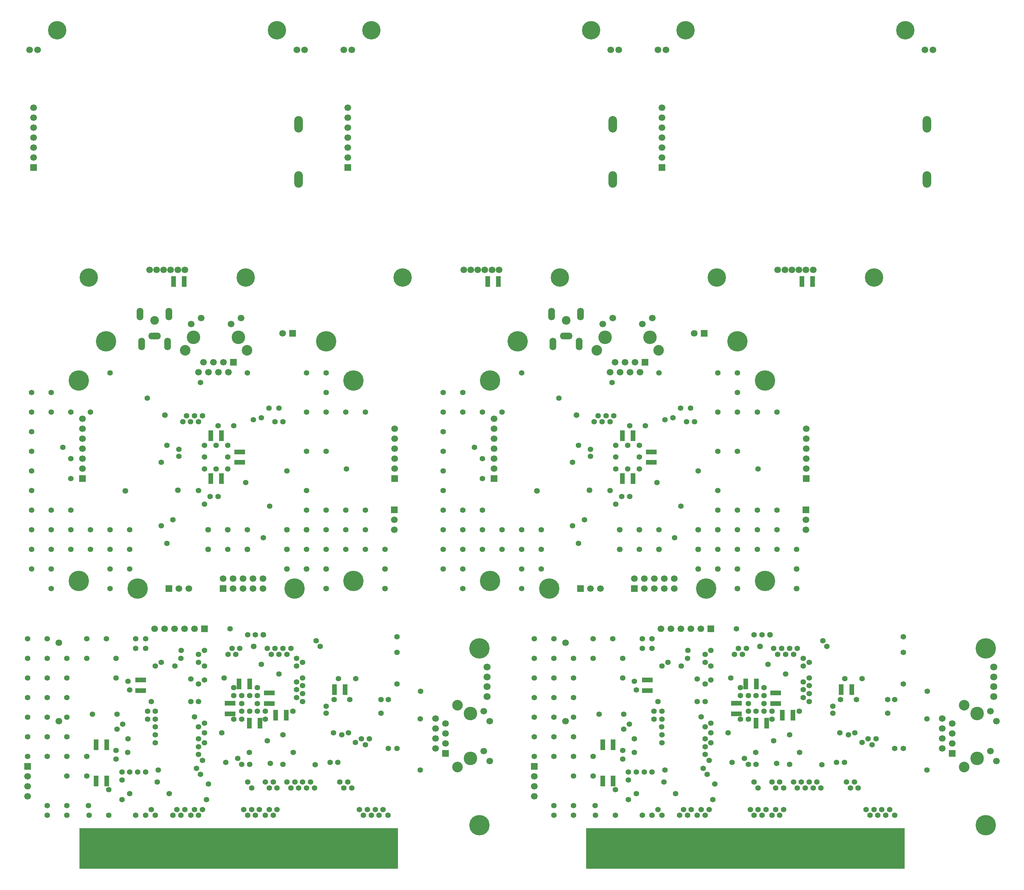
<source format=gbs>
%FSLAX42Y42*%
%MOMM*%
G71*
G01*
G75*
G04 Layer_Color=16711935*
%ADD10C,0.20*%
%ADD11C,0.40*%
%ADD12O,1.27X7.62*%
%ADD13R,1.30X1.10*%
G04:AMPARAMS|DCode=14|XSize=1.3mm|YSize=1.1mm|CornerRadius=0mm|HoleSize=0mm|Usage=FLASHONLY|Rotation=360.000|XOffset=0mm|YOffset=0mm|HoleType=Round|Shape=Octagon|*
%AMOCTAGOND14*
4,1,8,0.65,-0.28,0.65,0.28,0.38,0.55,-0.38,0.55,-0.65,0.28,-0.65,-0.28,-0.38,-0.55,0.38,-0.55,0.65,-0.28,0.0*
%
%ADD14OCTAGOND14*%

%ADD15O,2.60X0.70*%
%ADD16R,1.40X3.30*%
%ADD17R,1.50X1.40*%
%ADD18R,1.40X1.50*%
%ADD19R,1.30X0.60*%
%ADD20R,1.40X1.10*%
%ADD21R,2.60X1.10*%
%ADD22R,1.10X2.60*%
%ADD23O,0.60X2.30*%
%ADD24O,2.30X0.70*%
%ADD25O,0.24X1.80*%
%ADD26O,1.80X0.24*%
%ADD27R,0.50X1.00*%
%ADD28C,0.50*%
%ADD29C,0.25*%
%ADD30C,1.00*%
%ADD31R,2.79X3.81*%
%ADD32R,2.50X3.00*%
%ADD33O,0.30X1.80*%
%ADD34O,1.80X0.30*%
%ADD35R,1.10X1.30*%
G04:AMPARAMS|DCode=36|XSize=1.3mm|YSize=1.1mm|CornerRadius=0mm|HoleSize=0mm|Usage=FLASHONLY|Rotation=90.000|XOffset=0mm|YOffset=0mm|HoleType=Round|Shape=Octagon|*
%AMOCTAGOND36*
4,1,8,0.28,0.65,-0.28,0.65,-0.55,0.38,-0.55,-0.38,-0.28,-0.65,0.28,-0.65,0.55,-0.38,0.55,0.38,0.28,0.65,0.0*
%
%ADD36OCTAGOND36*%

%ADD37O,0.60X2.20*%
%ADD38R,0.60X1.30*%
%ADD39R,6.30X2.15*%
%ADD40R,3.30X1.40*%
%ADD41R,3.00X2.50*%
%ADD42R,1.40X1.40*%
%ADD43R,1.10X1.40*%
%ADD44R,1.70X1.10*%
%ADD45C,0.25*%
%ADD46C,2.00*%
%ADD47C,0.30*%
%ADD48C,1.60*%
%ADD49C,5.00*%
%ADD50C,1.50*%
%ADD51R,1.50X1.50*%
%ADD52R,1.50X1.50*%
%ADD53C,3.25*%
%ADD54C,2.50*%
%ADD55C,1.20*%
%ADD56C,1.27*%
%ADD57O,1.50X3.00*%
%ADD58O,3.00X1.50*%
%ADD59C,2.00*%
%ADD60O,2.00X4.00*%
%ADD61C,4.50*%
%ADD62R,81.12X10.16*%
%ADD63O,1.47X7.82*%
%ADD64R,1.50X1.30*%
G04:AMPARAMS|DCode=65|XSize=1.5mm|YSize=1.3mm|CornerRadius=0mm|HoleSize=0mm|Usage=FLASHONLY|Rotation=360.000|XOffset=0mm|YOffset=0mm|HoleType=Round|Shape=Octagon|*
%AMOCTAGOND65*
4,1,8,0.75,-0.33,0.75,0.33,0.43,0.65,-0.43,0.65,-0.75,0.33,-0.75,-0.33,-0.43,-0.65,0.43,-0.65,0.75,-0.33,0.0*
%
%ADD65OCTAGOND65*%

%ADD66O,2.80X0.90*%
%ADD67R,1.60X3.50*%
%ADD68R,1.70X1.60*%
%ADD69R,1.60X1.70*%
%ADD70R,1.50X0.80*%
%ADD71R,1.60X1.30*%
%ADD72R,2.80X1.30*%
%ADD73R,1.30X2.80*%
%ADD74O,0.80X2.50*%
%ADD75O,2.50X0.90*%
%ADD76O,0.44X2.00*%
%ADD77O,2.00X0.44*%
%ADD78R,0.70X1.20*%
%ADD79R,3.00X4.01*%
%ADD80R,2.70X3.20*%
%ADD81O,0.50X2.00*%
%ADD82O,2.00X0.50*%
%ADD83R,1.30X1.50*%
G04:AMPARAMS|DCode=84|XSize=1.5mm|YSize=1.3mm|CornerRadius=0mm|HoleSize=0mm|Usage=FLASHONLY|Rotation=90.000|XOffset=0mm|YOffset=0mm|HoleType=Round|Shape=Octagon|*
%AMOCTAGOND84*
4,1,8,0.33,0.75,-0.33,0.75,-0.65,0.43,-0.65,-0.43,-0.33,-0.75,0.33,-0.75,0.65,-0.43,0.65,0.43,0.33,0.75,0.0*
%
%ADD84OCTAGOND84*%

%ADD85O,0.80X2.40*%
%ADD86R,0.80X1.50*%
%ADD87R,6.50X2.35*%
%ADD88R,3.50X1.60*%
%ADD89R,3.20X2.70*%
%ADD90R,1.60X1.60*%
%ADD91R,1.30X1.60*%
%ADD92R,1.90X1.30*%
%ADD93C,1.80*%
%ADD94C,5.20*%
%ADD95C,1.70*%
%ADD96R,1.70X1.70*%
%ADD97R,1.70X1.70*%
%ADD98C,3.45*%
%ADD99C,2.70*%
%ADD100C,1.40*%
%ADD101C,1.47*%
%ADD102O,1.70X3.20*%
%ADD103O,3.20X1.70*%
%ADD104C,2.20*%
%ADD105O,2.20X4.20*%
%ADD106C,4.70*%
%ADD107R,81.12X10.32*%
D63*
X14505Y10020D02*
D03*
X14759D02*
D03*
X15013D02*
D03*
X15267D02*
D03*
X15521D02*
D03*
X15775D02*
D03*
X16029D02*
D03*
X16283D02*
D03*
X16537D02*
D03*
X16791D02*
D03*
X17045D02*
D03*
X17299D02*
D03*
X17553D02*
D03*
X17807D02*
D03*
X18061D02*
D03*
X18315D02*
D03*
X18569D02*
D03*
X18823D02*
D03*
X19077D02*
D03*
X19331D02*
D03*
X19585D02*
D03*
X19839D02*
D03*
X20093D02*
D03*
X20347D02*
D03*
X20601D02*
D03*
X20855D02*
D03*
X21109D02*
D03*
X21363D02*
D03*
X21617D02*
D03*
X21871D02*
D03*
X22125D02*
D03*
X27405D02*
D03*
X27659D02*
D03*
X27913D02*
D03*
X28167D02*
D03*
X28421D02*
D03*
X28675D02*
D03*
X28929D02*
D03*
X29183D02*
D03*
X29437D02*
D03*
X29691D02*
D03*
X29945D02*
D03*
X30199D02*
D03*
X30453D02*
D03*
X30707D02*
D03*
X30961D02*
D03*
X31215D02*
D03*
X31469D02*
D03*
X31723D02*
D03*
X31977D02*
D03*
X32231D02*
D03*
X32485D02*
D03*
X32739D02*
D03*
X32993D02*
D03*
X33247D02*
D03*
X33501D02*
D03*
X33755D02*
D03*
X34009D02*
D03*
X34263D02*
D03*
X34517D02*
D03*
X34771D02*
D03*
X35025D02*
D03*
D72*
X15824Y13971D02*
D03*
Y14241D02*
D03*
X19099Y13911D02*
D03*
Y13641D02*
D03*
X18099Y13381D02*
D03*
Y13651D02*
D03*
X28724Y13971D02*
D03*
Y14241D02*
D03*
X31999Y13911D02*
D03*
Y13641D02*
D03*
X30999Y13381D02*
D03*
Y13651D02*
D03*
X18346Y20056D02*
D03*
Y19786D02*
D03*
X28826Y20056D02*
D03*
Y19786D02*
D03*
D73*
X14689Y11671D02*
D03*
X14959D02*
D03*
X18334Y14146D02*
D03*
X18604D02*
D03*
X14689Y12596D02*
D03*
X14959D02*
D03*
X21034Y13996D02*
D03*
X20764D02*
D03*
X18864Y13146D02*
D03*
X18594D02*
D03*
X19264Y13346D02*
D03*
X19534D02*
D03*
X27589Y11671D02*
D03*
X27859D02*
D03*
X31234Y14146D02*
D03*
X31504D02*
D03*
X27589Y12596D02*
D03*
X27859D02*
D03*
X33934Y13996D02*
D03*
X33664D02*
D03*
X31764Y13146D02*
D03*
X31494D02*
D03*
X32164Y13346D02*
D03*
X32434D02*
D03*
X17611Y20471D02*
D03*
X17881D02*
D03*
Y19371D02*
D03*
X17611D02*
D03*
X28091Y20471D02*
D03*
X28361D02*
D03*
Y19371D02*
D03*
X28091D02*
D03*
X16665Y24396D02*
D03*
X16935D02*
D03*
X24665D02*
D03*
X24935D02*
D03*
X32665D02*
D03*
X32935D02*
D03*
D93*
X24649Y14073D02*
D03*
Y13819D02*
D03*
Y14573D02*
D03*
Y14319D02*
D03*
X37549Y14073D02*
D03*
Y13819D02*
D03*
Y14573D02*
D03*
Y14319D02*
D03*
D94*
X24449Y15046D02*
D03*
Y10546D02*
D03*
X37349Y15046D02*
D03*
Y10546D02*
D03*
X21246Y16771D02*
D03*
Y21871D02*
D03*
X14246D02*
D03*
Y16771D02*
D03*
X14946Y22871D02*
D03*
X20546D02*
D03*
X15746Y16571D02*
D03*
X19746D02*
D03*
X31726Y16771D02*
D03*
Y21871D02*
D03*
X24726D02*
D03*
Y16771D02*
D03*
X25426Y22871D02*
D03*
X31026D02*
D03*
X26226Y16571D02*
D03*
X30226D02*
D03*
D95*
X16179Y15546D02*
D03*
X16433D02*
D03*
X16687D02*
D03*
X16941D02*
D03*
X17195D02*
D03*
X12949Y11792D02*
D03*
Y11538D02*
D03*
Y11284D02*
D03*
X13743Y13192D02*
D03*
Y15192D02*
D03*
X23589Y13131D02*
D03*
X24562Y12435D02*
D03*
X24714Y13192D02*
D03*
X23589Y12877D02*
D03*
Y12623D02*
D03*
X24714Y12181D02*
D03*
X23335Y13004D02*
D03*
Y12750D02*
D03*
Y12496D02*
D03*
X24562Y13446D02*
D03*
X23335Y13258D02*
D03*
X29079Y15546D02*
D03*
X29333D02*
D03*
X29587D02*
D03*
X29841D02*
D03*
X30095D02*
D03*
X25849Y11792D02*
D03*
Y11538D02*
D03*
Y11284D02*
D03*
X26643Y13192D02*
D03*
Y15192D02*
D03*
X36489Y13131D02*
D03*
X37462Y12435D02*
D03*
X37614Y13192D02*
D03*
X36489Y12877D02*
D03*
Y12623D02*
D03*
X37614Y12181D02*
D03*
X36235Y13004D02*
D03*
Y12750D02*
D03*
Y12496D02*
D03*
X37462Y13446D02*
D03*
X36235Y13258D02*
D03*
X17054Y16571D02*
D03*
X16800D02*
D03*
X19442Y23071D02*
D03*
X17301Y22082D02*
D03*
X17113Y23309D02*
D03*
X18063Y22082D02*
D03*
X17809D02*
D03*
X17555D02*
D03*
X18378Y23462D02*
D03*
X17936Y22336D02*
D03*
X17682D02*
D03*
X17367Y23462D02*
D03*
X18124Y23309D02*
D03*
X17428Y22336D02*
D03*
X22296Y20641D02*
D03*
Y20387D02*
D03*
Y20133D02*
D03*
Y19879D02*
D03*
Y19625D02*
D03*
X22288Y18075D02*
D03*
Y18329D02*
D03*
X14346Y20895D02*
D03*
Y20641D02*
D03*
Y20387D02*
D03*
Y20133D02*
D03*
Y19625D02*
D03*
Y19879D02*
D03*
X17921Y16825D02*
D03*
X18175Y16571D02*
D03*
Y16825D02*
D03*
X18429Y16571D02*
D03*
Y16825D02*
D03*
X18683Y16571D02*
D03*
Y16825D02*
D03*
X18937Y16571D02*
D03*
Y16825D02*
D03*
X27534Y16571D02*
D03*
X27280D02*
D03*
X29922Y23071D02*
D03*
X27781Y22082D02*
D03*
X27593Y23309D02*
D03*
X28543Y22082D02*
D03*
X28289D02*
D03*
X28035D02*
D03*
X28858Y23462D02*
D03*
X28416Y22336D02*
D03*
X28162D02*
D03*
X27847Y23462D02*
D03*
X28604Y23309D02*
D03*
X27908Y22336D02*
D03*
X32776Y20641D02*
D03*
Y20387D02*
D03*
Y20133D02*
D03*
Y19879D02*
D03*
Y19625D02*
D03*
X32768Y18075D02*
D03*
Y18329D02*
D03*
X24826Y20895D02*
D03*
Y20641D02*
D03*
Y20387D02*
D03*
Y20133D02*
D03*
Y19625D02*
D03*
Y19879D02*
D03*
X28401Y16825D02*
D03*
X28655Y16571D02*
D03*
Y16825D02*
D03*
X28909Y16571D02*
D03*
Y16825D02*
D03*
X29163Y16571D02*
D03*
Y16825D02*
D03*
X29417Y16571D02*
D03*
Y16825D02*
D03*
X16050Y24696D02*
D03*
X16230D02*
D03*
X16410D02*
D03*
X16590D02*
D03*
X16770D02*
D03*
X16950D02*
D03*
X13000Y30296D02*
D03*
X13200D02*
D03*
X20000D02*
D03*
X19800D02*
D03*
X13100Y28820D02*
D03*
Y28566D02*
D03*
Y28312D02*
D03*
Y28058D02*
D03*
Y27550D02*
D03*
Y27804D02*
D03*
X24050Y24696D02*
D03*
X24230D02*
D03*
X24410D02*
D03*
X24590D02*
D03*
X24770D02*
D03*
X24950D02*
D03*
X21000Y30296D02*
D03*
X21200D02*
D03*
X28000D02*
D03*
X27800D02*
D03*
X21100Y28820D02*
D03*
Y28566D02*
D03*
Y28312D02*
D03*
Y28058D02*
D03*
Y27550D02*
D03*
Y27804D02*
D03*
X32050Y24696D02*
D03*
X32230D02*
D03*
X32410D02*
D03*
X32590D02*
D03*
X32770D02*
D03*
X32950D02*
D03*
X29000Y30296D02*
D03*
X29200D02*
D03*
X36000D02*
D03*
X35800D02*
D03*
X29100Y28820D02*
D03*
Y28566D02*
D03*
Y28312D02*
D03*
Y28058D02*
D03*
Y27550D02*
D03*
Y27804D02*
D03*
D96*
X17449Y15546D02*
D03*
X30349D02*
D03*
X16546Y16571D02*
D03*
X19696Y23071D02*
D03*
X18190Y22336D02*
D03*
X17921Y16571D02*
D03*
X27026D02*
D03*
X30176Y23071D02*
D03*
X28670Y22336D02*
D03*
X28401Y16571D02*
D03*
D97*
X12949Y12046D02*
D03*
X23589Y12369D02*
D03*
X25849Y12046D02*
D03*
X36489Y12369D02*
D03*
X22296Y19371D02*
D03*
X22288Y18583D02*
D03*
X14346Y19371D02*
D03*
X32776D02*
D03*
X32768Y18583D02*
D03*
X24826Y19371D02*
D03*
X13100Y27296D02*
D03*
X21100D02*
D03*
X29100D02*
D03*
D98*
X24224Y12242D02*
D03*
Y13385D02*
D03*
X37124Y12242D02*
D03*
Y13385D02*
D03*
X17174Y22971D02*
D03*
X18317D02*
D03*
X27654D02*
D03*
X28797D02*
D03*
D99*
X23894Y12026D02*
D03*
Y13600D02*
D03*
X36794Y12026D02*
D03*
Y13600D02*
D03*
X16958Y22641D02*
D03*
X18533D02*
D03*
X27438D02*
D03*
X29013D02*
D03*
D100*
X17989Y12146D02*
D03*
X18599Y12096D02*
D03*
X18549Y11646D02*
D03*
Y10796D02*
D03*
X18649Y10946D02*
D03*
X18849D02*
D03*
X17249Y11996D02*
D03*
X17352Y11843D02*
D03*
X17399Y12196D02*
D03*
X18749Y10796D02*
D03*
X17099Y14271D02*
D03*
X15499Y14206D02*
D03*
X16349Y14696D02*
D03*
X19449Y12096D02*
D03*
X19349Y14396D02*
D03*
X18799Y14046D02*
D03*
X18199Y13246D02*
D03*
X18399D02*
D03*
X18999Y13446D02*
D03*
X19449Y12846D02*
D03*
X19709Y12396D02*
D03*
X19699Y13446D02*
D03*
X19049Y12696D02*
D03*
X18589Y12396D02*
D03*
X17299Y12346D02*
D03*
Y12546D02*
D03*
X17449Y12646D02*
D03*
X17299Y12746D02*
D03*
X17889Y12896D02*
D03*
X17449Y12896D02*
D03*
X17299Y13046D02*
D03*
X17449Y13146D02*
D03*
X16195Y13046D02*
D03*
X15546Y13986D02*
D03*
X16099Y13696D02*
D03*
X16199Y14596D02*
D03*
X16694D02*
D03*
X16859Y14996D02*
D03*
X17199Y13306D02*
D03*
X17099Y13696D02*
D03*
X17299Y14146D02*
D03*
X17449Y14246D02*
D03*
X17449Y14596D02*
D03*
X17449Y14996D02*
D03*
X18799Y13446D02*
D03*
Y13646D02*
D03*
Y13846D02*
D03*
X18399Y13446D02*
D03*
X18599D02*
D03*
Y13846D02*
D03*
X18399D02*
D03*
Y13646D02*
D03*
X18099Y15546D02*
D03*
X18049Y14896D02*
D03*
X18149Y15046D02*
D03*
X18249Y14896D02*
D03*
X18349Y15046D02*
D03*
X18549Y15396D02*
D03*
X18749D02*
D03*
X18899Y14646D02*
D03*
X19049Y15046D02*
D03*
X19149Y14896D02*
D03*
X19249Y15046D02*
D03*
X19346Y14896D02*
D03*
X19449Y15046D02*
D03*
X19549Y14896D02*
D03*
X20299Y15246D02*
D03*
X20399Y15096D02*
D03*
X19649Y15046D02*
D03*
X19799Y14796D02*
D03*
Y14596D02*
D03*
X19949Y14696D02*
D03*
X19799Y13996D02*
D03*
Y14196D02*
D03*
X19949Y14296D02*
D03*
Y14096D02*
D03*
Y13896D02*
D03*
X19799Y13796D02*
D03*
X19949Y13696D02*
D03*
X21649Y12746D02*
D03*
X21297Y12648D02*
D03*
X20949Y12846D02*
D03*
X21112Y12900D02*
D03*
X20731Y12899D02*
D03*
X20549Y13396D02*
D03*
Y13576D02*
D03*
X21149Y13746D02*
D03*
X22349Y15346D02*
D03*
Y14946D02*
D03*
X22954Y13956D02*
D03*
X21949Y13396D02*
D03*
Y13746D02*
D03*
X22128D02*
D03*
X22349Y14146D02*
D03*
X22949Y13256D02*
D03*
X22129Y12496D02*
D03*
X22349Y12496D02*
D03*
X21199Y11496D02*
D03*
X21099Y11646D02*
D03*
X20999Y11496D02*
D03*
X20899Y11646D02*
D03*
X20849Y12146D02*
D03*
X20649Y12146D02*
D03*
X19749Y11646D02*
D03*
X19549D02*
D03*
X19299Y11496D02*
D03*
X18299Y12246D02*
D03*
X18399Y12096D02*
D03*
X17549Y11596D02*
D03*
X17399Y10946D02*
D03*
X17299Y10796D02*
D03*
X17199Y10946D02*
D03*
X17099Y10796D02*
D03*
X16949Y10946D02*
D03*
X16849Y10796D02*
D03*
X16749Y10946D02*
D03*
X16649Y10796D02*
D03*
X16274Y11946D02*
D03*
X16249Y11646D02*
D03*
X16199Y10796D02*
D03*
X16099Y10946D02*
D03*
X15949Y10796D02*
D03*
X14509Y10796D02*
D03*
X15013Y10796D02*
D03*
X15549Y11346D02*
D03*
X15349Y11896D02*
D03*
Y11696D02*
D03*
X15013Y11446D02*
D03*
X18999Y10796D02*
D03*
X19099Y10946D02*
D03*
X19199Y10796D02*
D03*
X19299Y10946D02*
D03*
X21399Y10946D02*
D03*
X21499Y10796D02*
D03*
X21599Y10946D02*
D03*
X21699Y10796D02*
D03*
X21799Y10946D02*
D03*
X21899Y10796D02*
D03*
X21999Y10946D02*
D03*
X22123Y10796D02*
D03*
X20269Y12086D02*
D03*
X20149Y11646D02*
D03*
X19949D02*
D03*
X19099Y11496D02*
D03*
X19649D02*
D03*
X19849D02*
D03*
X20249D02*
D03*
X20049D02*
D03*
X18649D02*
D03*
X18999Y11646D02*
D03*
X19199D02*
D03*
X16849Y14796D02*
D03*
X17299Y14696D02*
D03*
X16549Y11346D02*
D03*
X17299Y13696D02*
D03*
Y14896D02*
D03*
X15498Y12398D02*
D03*
X15949Y11896D02*
D03*
X15549D02*
D03*
X15749D02*
D03*
X15699Y10796D02*
D03*
X15369Y13116D02*
D03*
X19124Y12121D02*
D03*
X15224Y13371D02*
D03*
X22949Y11946D02*
D03*
X18449Y10946D02*
D03*
X18999Y13246D02*
D03*
X15349Y11196D02*
D03*
X17499D02*
D03*
X15224Y12990D02*
D03*
X14599Y13371D02*
D03*
X20749Y13746D02*
D03*
X20859Y14274D02*
D03*
X21299Y14279D02*
D03*
X18199Y13846D02*
D03*
X17949Y14297D02*
D03*
X18198Y14048D02*
D03*
X16199Y12846D02*
D03*
Y12646D02*
D03*
Y13246D02*
D03*
Y13446D02*
D03*
X13949Y10796D02*
D03*
X13449D02*
D03*
Y11046D02*
D03*
X13949D02*
D03*
X21449Y12744D02*
D03*
X21549Y12594D02*
D03*
X15199Y12227D02*
D03*
X15199Y12446D02*
D03*
X15499Y12746D02*
D03*
X15999Y13446D02*
D03*
Y13246D02*
D03*
X14499Y11046D02*
D03*
X13949Y11796D02*
D03*
Y12296D02*
D03*
Y12796D02*
D03*
X14449Y11796D02*
D03*
Y12296D02*
D03*
X13949Y13296D02*
D03*
X13449Y12796D02*
D03*
Y12296D02*
D03*
X12949D02*
D03*
Y12796D02*
D03*
Y13296D02*
D03*
X13449D02*
D03*
Y13796D02*
D03*
X12949D02*
D03*
Y14296D02*
D03*
X13449D02*
D03*
Y14796D02*
D03*
X12949D02*
D03*
Y15296D02*
D03*
X13449D02*
D03*
X13949Y14796D02*
D03*
Y14296D02*
D03*
X14449Y14796D02*
D03*
Y15296D02*
D03*
X14949D02*
D03*
X15199Y14796D02*
D03*
Y14296D02*
D03*
X13949Y13796D02*
D03*
X15699Y15296D02*
D03*
X15949D02*
D03*
Y15046D02*
D03*
X15699D02*
D03*
X30889Y12146D02*
D03*
X31499Y12096D02*
D03*
X31449Y11646D02*
D03*
Y10796D02*
D03*
X31549Y10946D02*
D03*
X31749D02*
D03*
X30149Y11996D02*
D03*
X30252Y11843D02*
D03*
X30299Y12196D02*
D03*
X31649Y10796D02*
D03*
X29999Y14271D02*
D03*
X28399Y14206D02*
D03*
X29249Y14696D02*
D03*
X32349Y12096D02*
D03*
X32249Y14396D02*
D03*
X31699Y14046D02*
D03*
X31099Y13246D02*
D03*
X31299D02*
D03*
X31899Y13446D02*
D03*
X32349Y12846D02*
D03*
X32609Y12396D02*
D03*
X32599Y13446D02*
D03*
X31949Y12696D02*
D03*
X31489Y12396D02*
D03*
X30199Y12346D02*
D03*
Y12546D02*
D03*
X30349Y12646D02*
D03*
X30199Y12746D02*
D03*
X30789Y12896D02*
D03*
X30349Y12896D02*
D03*
X30199Y13046D02*
D03*
X30349Y13146D02*
D03*
X29095Y13046D02*
D03*
X28446Y13986D02*
D03*
X28999Y13696D02*
D03*
X29099Y14596D02*
D03*
X29594D02*
D03*
X29759Y14996D02*
D03*
X30099Y13306D02*
D03*
X29999Y13696D02*
D03*
X30199Y14146D02*
D03*
X30349Y14246D02*
D03*
X30349Y14596D02*
D03*
X30349Y14996D02*
D03*
X31699Y13446D02*
D03*
Y13646D02*
D03*
Y13846D02*
D03*
X31299Y13446D02*
D03*
X31499D02*
D03*
Y13846D02*
D03*
X31299D02*
D03*
Y13646D02*
D03*
X30999Y15546D02*
D03*
X30949Y14896D02*
D03*
X31049Y15046D02*
D03*
X31149Y14896D02*
D03*
X31249Y15046D02*
D03*
X31449Y15396D02*
D03*
X31649D02*
D03*
X31799Y14646D02*
D03*
X31949Y15046D02*
D03*
X32049Y14896D02*
D03*
X32149Y15046D02*
D03*
X32246Y14896D02*
D03*
X32349Y15046D02*
D03*
X32449Y14896D02*
D03*
X33199Y15246D02*
D03*
X33299Y15096D02*
D03*
X32549Y15046D02*
D03*
X32699Y14796D02*
D03*
Y14596D02*
D03*
X32849Y14696D02*
D03*
X32699Y13996D02*
D03*
Y14196D02*
D03*
X32849Y14296D02*
D03*
Y14096D02*
D03*
Y13896D02*
D03*
X32699Y13796D02*
D03*
X32849Y13696D02*
D03*
X34549Y12746D02*
D03*
X34197Y12648D02*
D03*
X33849Y12846D02*
D03*
X34012Y12900D02*
D03*
X33631Y12899D02*
D03*
X33449Y13396D02*
D03*
Y13576D02*
D03*
X34049Y13746D02*
D03*
X35249Y15346D02*
D03*
Y14946D02*
D03*
X35854Y13956D02*
D03*
X34849Y13396D02*
D03*
Y13746D02*
D03*
X35028D02*
D03*
X35249Y14146D02*
D03*
X35849Y13256D02*
D03*
X35029Y12496D02*
D03*
X35249Y12496D02*
D03*
X34099Y11496D02*
D03*
X33999Y11646D02*
D03*
X33899Y11496D02*
D03*
X33799Y11646D02*
D03*
X33749Y12146D02*
D03*
X33549Y12146D02*
D03*
X32649Y11646D02*
D03*
X32449D02*
D03*
X32199Y11496D02*
D03*
X31199Y12246D02*
D03*
X31299Y12096D02*
D03*
X30449Y11596D02*
D03*
X30299Y10946D02*
D03*
X30199Y10796D02*
D03*
X30099Y10946D02*
D03*
X29999Y10796D02*
D03*
X29849Y10946D02*
D03*
X29749Y10796D02*
D03*
X29649Y10946D02*
D03*
X29549Y10796D02*
D03*
X29174Y11946D02*
D03*
X29149Y11646D02*
D03*
X29099Y10796D02*
D03*
X28999Y10946D02*
D03*
X28849Y10796D02*
D03*
X27409Y10796D02*
D03*
X27913Y10796D02*
D03*
X28449Y11346D02*
D03*
X28249Y11896D02*
D03*
Y11696D02*
D03*
X27913Y11446D02*
D03*
X31899Y10796D02*
D03*
X31999Y10946D02*
D03*
X32099Y10796D02*
D03*
X32199Y10946D02*
D03*
X34299Y10946D02*
D03*
X34399Y10796D02*
D03*
X34499Y10946D02*
D03*
X34599Y10796D02*
D03*
X34699Y10946D02*
D03*
X34799Y10796D02*
D03*
X34899Y10946D02*
D03*
X35023Y10796D02*
D03*
X33169Y12086D02*
D03*
X33049Y11646D02*
D03*
X32849D02*
D03*
X31999Y11496D02*
D03*
X32549D02*
D03*
X32749D02*
D03*
X33149D02*
D03*
X32949D02*
D03*
X31549D02*
D03*
X31899Y11646D02*
D03*
X32099D02*
D03*
X29749Y14796D02*
D03*
X30199Y14696D02*
D03*
X29449Y11346D02*
D03*
X30199Y13696D02*
D03*
Y14896D02*
D03*
X28398Y12398D02*
D03*
X28849Y11896D02*
D03*
X28449D02*
D03*
X28649D02*
D03*
X28599Y10796D02*
D03*
X28269Y13116D02*
D03*
X32024Y12121D02*
D03*
X28124Y13371D02*
D03*
X35849Y11946D02*
D03*
X31349Y10946D02*
D03*
X31899Y13246D02*
D03*
X28249Y11196D02*
D03*
X30399D02*
D03*
X28124Y12990D02*
D03*
X27499Y13371D02*
D03*
X33649Y13746D02*
D03*
X33759Y14274D02*
D03*
X34199Y14279D02*
D03*
X31099Y13846D02*
D03*
X30849Y14297D02*
D03*
X31098Y14048D02*
D03*
X29099Y12846D02*
D03*
Y12646D02*
D03*
Y13246D02*
D03*
Y13446D02*
D03*
X26849Y10796D02*
D03*
X26349D02*
D03*
Y11046D02*
D03*
X26849D02*
D03*
X34349Y12744D02*
D03*
X34449Y12594D02*
D03*
X28099Y12227D02*
D03*
X28099Y12446D02*
D03*
X28399Y12746D02*
D03*
X28899Y13446D02*
D03*
Y13246D02*
D03*
X27399Y11046D02*
D03*
X26849Y11796D02*
D03*
Y12296D02*
D03*
Y12796D02*
D03*
X27349Y11796D02*
D03*
Y12296D02*
D03*
X26849Y13296D02*
D03*
X26349Y12796D02*
D03*
Y12296D02*
D03*
X25849D02*
D03*
Y12796D02*
D03*
Y13296D02*
D03*
X26349D02*
D03*
Y13796D02*
D03*
X25849D02*
D03*
Y14296D02*
D03*
X26349D02*
D03*
Y14796D02*
D03*
X25849D02*
D03*
Y15296D02*
D03*
X26349D02*
D03*
X26849Y14796D02*
D03*
Y14296D02*
D03*
X27349Y14796D02*
D03*
Y15296D02*
D03*
X27849D02*
D03*
X28099Y14796D02*
D03*
Y14296D02*
D03*
X26849Y13796D02*
D03*
X28599Y15296D02*
D03*
X28849D02*
D03*
Y15046D02*
D03*
X28599D02*
D03*
X17396Y20971D02*
D03*
X17196D02*
D03*
X19106Y18675D02*
D03*
X14046Y19879D02*
D03*
Y19371D02*
D03*
X16796Y19946D02*
D03*
X16796Y20121D02*
D03*
X16896Y20821D02*
D03*
X16996Y20971D02*
D03*
X17096Y20821D02*
D03*
X17296D02*
D03*
X17746Y20221D02*
D03*
X17446D02*
D03*
Y19921D02*
D03*
X18046D02*
D03*
Y20221D02*
D03*
X17446Y19621D02*
D03*
X17746D02*
D03*
X18046D02*
D03*
X17296Y19071D02*
D03*
X17596Y18921D02*
D03*
X17796Y18921D02*
D03*
X18496Y19271D02*
D03*
X18946Y17871D02*
D03*
X19446Y20821D02*
D03*
X19246Y20821D02*
D03*
X18695Y20871D02*
D03*
X18896Y20921D02*
D03*
X19096Y21171D02*
D03*
X19346D02*
D03*
X17346Y21821D02*
D03*
X15996Y21421D02*
D03*
X17446Y18721D02*
D03*
X16646Y18321D02*
D03*
X13846Y20171D02*
D03*
X17796Y20721D02*
D03*
X18196D02*
D03*
X18046Y17571D02*
D03*
X20046D02*
D03*
X20546D02*
D03*
X21046D02*
D03*
X21546D02*
D03*
X22046D02*
D03*
X20546Y18071D02*
D03*
X21046D02*
D03*
X21546D02*
D03*
X20046Y18571D02*
D03*
X20546D02*
D03*
X21046D02*
D03*
X21546D02*
D03*
X20046Y19071D02*
D03*
X19546Y19571D02*
D03*
X20046Y20071D02*
D03*
X20546D02*
D03*
X21546Y21071D02*
D03*
X21046D02*
D03*
X20046D02*
D03*
X20546D02*
D03*
Y21571D02*
D03*
X20046Y22071D02*
D03*
X20546D02*
D03*
X18546D02*
D03*
X15546Y17571D02*
D03*
Y18071D02*
D03*
X15046Y17571D02*
D03*
X14546D02*
D03*
Y18071D02*
D03*
X15046D02*
D03*
X14046Y17571D02*
D03*
Y18071D02*
D03*
Y18571D02*
D03*
X13546D02*
D03*
Y18071D02*
D03*
Y17571D02*
D03*
Y17071D02*
D03*
X15046D02*
D03*
X15546D02*
D03*
X13046Y18571D02*
D03*
Y18071D02*
D03*
Y17571D02*
D03*
Y17071D02*
D03*
X13546Y16571D02*
D03*
X15046D02*
D03*
X13046Y19071D02*
D03*
Y19571D02*
D03*
Y20071D02*
D03*
Y20571D02*
D03*
Y21071D02*
D03*
Y21571D02*
D03*
X13546Y21071D02*
D03*
X14046D02*
D03*
X13546Y21571D02*
D03*
X14546Y21071D02*
D03*
X15046Y22071D02*
D03*
X21066Y19621D02*
D03*
X18546Y18071D02*
D03*
X16346Y19791D02*
D03*
X16496Y20221D02*
D03*
X16346Y18171D02*
D03*
X16496Y17721D02*
D03*
X27876Y20971D02*
D03*
X27676D02*
D03*
X29586Y18675D02*
D03*
X24526Y19879D02*
D03*
Y19371D02*
D03*
X27276Y19946D02*
D03*
X27276Y20121D02*
D03*
X27376Y20821D02*
D03*
X27476Y20971D02*
D03*
X27576Y20821D02*
D03*
X27776D02*
D03*
X28226Y20221D02*
D03*
X27926D02*
D03*
Y19921D02*
D03*
X28526D02*
D03*
Y20221D02*
D03*
X27926Y19621D02*
D03*
X28226D02*
D03*
X28526D02*
D03*
X27776Y19071D02*
D03*
X28076Y18921D02*
D03*
X28276Y18921D02*
D03*
X28976Y19271D02*
D03*
X29426Y17871D02*
D03*
X29926Y20821D02*
D03*
X29726Y20821D02*
D03*
X29175Y20871D02*
D03*
X29376Y20921D02*
D03*
X29576Y21171D02*
D03*
X29826D02*
D03*
X27826Y21821D02*
D03*
X26476Y21421D02*
D03*
X27926Y18721D02*
D03*
X27126Y18321D02*
D03*
X24326Y20171D02*
D03*
X28276Y20721D02*
D03*
X28676D02*
D03*
X28526Y17571D02*
D03*
X30526D02*
D03*
X31026D02*
D03*
X31526D02*
D03*
X32026D02*
D03*
X32526D02*
D03*
X31026Y18071D02*
D03*
X31526D02*
D03*
X32026D02*
D03*
X30526Y18571D02*
D03*
X31026D02*
D03*
X31526D02*
D03*
X32026D02*
D03*
X30526Y19071D02*
D03*
X30026Y19571D02*
D03*
X30526Y20071D02*
D03*
X31026D02*
D03*
X32026Y21071D02*
D03*
X31526D02*
D03*
X30526D02*
D03*
X31026D02*
D03*
Y21571D02*
D03*
X30526Y22071D02*
D03*
X31026D02*
D03*
X29026D02*
D03*
X26026Y17571D02*
D03*
Y18071D02*
D03*
X25526Y17571D02*
D03*
X25026D02*
D03*
Y18071D02*
D03*
X25526D02*
D03*
X24526Y17571D02*
D03*
Y18071D02*
D03*
Y18571D02*
D03*
X24026D02*
D03*
Y18071D02*
D03*
Y17571D02*
D03*
Y17071D02*
D03*
X25526D02*
D03*
X26026D02*
D03*
X23526Y18571D02*
D03*
Y18071D02*
D03*
Y17571D02*
D03*
Y17071D02*
D03*
X24026Y16571D02*
D03*
X25526D02*
D03*
X23526Y19071D02*
D03*
Y19571D02*
D03*
Y20071D02*
D03*
Y20571D02*
D03*
Y21071D02*
D03*
Y21571D02*
D03*
X24026Y21071D02*
D03*
X24526D02*
D03*
X24026Y21571D02*
D03*
X25026Y21071D02*
D03*
X25526Y22071D02*
D03*
X31546Y19621D02*
D03*
X29026Y18071D02*
D03*
X26826Y19791D02*
D03*
X26976Y20221D02*
D03*
X26826Y18171D02*
D03*
X26976Y17721D02*
D03*
D101*
X18699Y15096D02*
D03*
X18949Y15396D02*
D03*
X31599Y15096D02*
D03*
X31849Y15396D02*
D03*
X16776Y19081D02*
D03*
X15436Y19061D02*
D03*
X16446Y20991D02*
D03*
X20546Y17071D02*
D03*
X20046D02*
D03*
X19546Y17571D02*
D03*
Y18071D02*
D03*
X20046D02*
D03*
X22046Y17071D02*
D03*
Y16571D02*
D03*
X20546D02*
D03*
X19546Y17071D02*
D03*
X18046Y18071D02*
D03*
X17546D02*
D03*
Y17571D02*
D03*
X18546D02*
D03*
X27256Y19081D02*
D03*
X25916Y19061D02*
D03*
X26926Y20991D02*
D03*
X31026Y17071D02*
D03*
X30526D02*
D03*
X30026Y17571D02*
D03*
Y18071D02*
D03*
X30526D02*
D03*
X32526Y17071D02*
D03*
Y16571D02*
D03*
X31026D02*
D03*
X30026Y17071D02*
D03*
X28526Y18071D02*
D03*
X28026D02*
D03*
Y17571D02*
D03*
X29026D02*
D03*
D102*
X16508Y22805D02*
D03*
X15847D02*
D03*
X16546Y23567D02*
D03*
X15809D02*
D03*
X26988Y22805D02*
D03*
X26327D02*
D03*
X27026Y23567D02*
D03*
X26289D02*
D03*
D103*
X16178Y23008D02*
D03*
X26658D02*
D03*
D104*
X16178Y23402D02*
D03*
X26658D02*
D03*
D105*
X19850Y28396D02*
D03*
Y26996D02*
D03*
X27850Y28396D02*
D03*
Y26996D02*
D03*
X35850Y28396D02*
D03*
Y26996D02*
D03*
D106*
X18500Y24496D02*
D03*
X14500D02*
D03*
X19300Y30796D02*
D03*
X13700D02*
D03*
X26500Y24496D02*
D03*
X22500D02*
D03*
X27300Y30796D02*
D03*
X21700D02*
D03*
X34500Y24496D02*
D03*
X30500D02*
D03*
X35300Y30796D02*
D03*
X29700D02*
D03*
D107*
X18323Y9949D02*
D03*
X31223D02*
D03*
M02*

</source>
